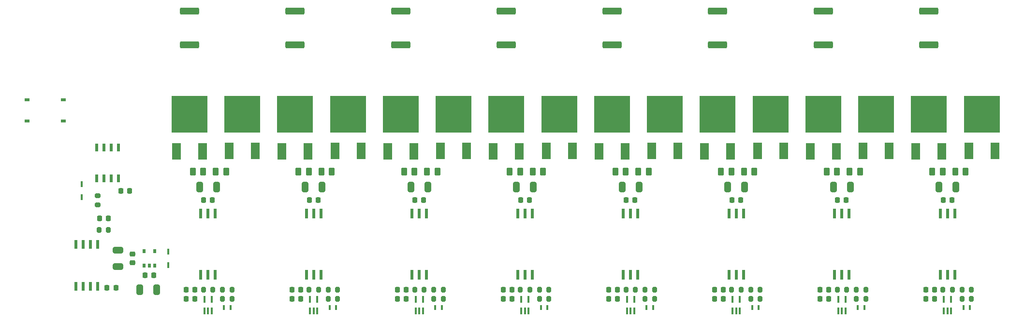
<source format=gtp>
G04 #@! TF.GenerationSoftware,KiCad,Pcbnew,8.0.5*
G04 #@! TF.CreationDate,2024-10-15T23:56:24-05:00*
G04 #@! TF.ProjectId,bidirectional_load_switch,62696469-7265-4637-9469-6f6e616c5f6c,rev?*
G04 #@! TF.SameCoordinates,Original*
G04 #@! TF.FileFunction,Paste,Top*
G04 #@! TF.FilePolarity,Positive*
%FSLAX46Y46*%
G04 Gerber Fmt 4.6, Leading zero omitted, Abs format (unit mm)*
G04 Created by KiCad (PCBNEW 8.0.5) date 2024-10-15 23:56:24*
%MOMM*%
%LPD*%
G01*
G04 APERTURE LIST*
G04 Aperture macros list*
%AMRoundRect*
0 Rectangle with rounded corners*
0 $1 Rounding radius*
0 $2 $3 $4 $5 $6 $7 $8 $9 X,Y pos of 4 corners*
0 Add a 4 corners polygon primitive as box body*
4,1,4,$2,$3,$4,$5,$6,$7,$8,$9,$2,$3,0*
0 Add four circle primitives for the rounded corners*
1,1,$1+$1,$2,$3*
1,1,$1+$1,$4,$5*
1,1,$1+$1,$6,$7*
1,1,$1+$1,$8,$9*
0 Add four rect primitives between the rounded corners*
20,1,$1+$1,$2,$3,$4,$5,0*
20,1,$1+$1,$4,$5,$6,$7,0*
20,1,$1+$1,$6,$7,$8,$9,0*
20,1,$1+$1,$8,$9,$2,$3,0*%
G04 Aperture macros list end*
%ADD10RoundRect,0.200000X0.200000X0.275000X-0.200000X0.275000X-0.200000X-0.275000X0.200000X-0.275000X0*%
%ADD11R,1.500000X2.900000*%
%ADD12R,6.300000X6.500000*%
%ADD13R,0.558800X1.701800*%
%ADD14R,0.355600X1.168400*%
%ADD15RoundRect,0.250000X0.325000X0.650000X-0.325000X0.650000X-0.325000X-0.650000X0.325000X-0.650000X0*%
%ADD16RoundRect,0.250000X-1.425000X0.362500X-1.425000X-0.362500X1.425000X-0.362500X1.425000X0.362500X0*%
%ADD17RoundRect,0.225000X0.225000X0.250000X-0.225000X0.250000X-0.225000X-0.250000X0.225000X-0.250000X0*%
%ADD18RoundRect,0.250000X-0.325000X-0.650000X0.325000X-0.650000X0.325000X0.650000X-0.325000X0.650000X0*%
%ADD19R,0.457200X0.812800*%
%ADD20RoundRect,0.200000X-0.275000X0.200000X-0.275000X-0.200000X0.275000X-0.200000X0.275000X0.200000X0*%
%ADD21R,0.533400X1.574800*%
%ADD22RoundRect,0.250000X-0.262500X-0.450000X0.262500X-0.450000X0.262500X0.450000X-0.262500X0.450000X0*%
%ADD23RoundRect,0.200000X-0.200000X-0.275000X0.200000X-0.275000X0.200000X0.275000X-0.200000X0.275000X0*%
%ADD24RoundRect,0.225000X-0.225000X-0.250000X0.225000X-0.250000X0.225000X0.250000X-0.225000X0.250000X0*%
%ADD25RoundRect,0.250000X0.262500X0.450000X-0.262500X0.450000X-0.262500X-0.450000X0.262500X-0.450000X0*%
%ADD26R,0.952500X0.558800*%
%ADD27R,0.450800X1.111200*%
%ADD28R,0.558800X1.460500*%
%ADD29RoundRect,0.225000X-0.250000X0.225000X-0.250000X-0.225000X0.250000X-0.225000X0.250000X0.225000X0*%
%ADD30R,0.549999X0.800001*%
%ADD31RoundRect,0.250000X-0.650000X0.325000X-0.650000X-0.325000X0.650000X-0.325000X0.650000X0.325000X0*%
G04 APERTURE END LIST*
D10*
G04 #@! TO.C,R203*
X100475000Y-111800000D03*
X98825000Y-111800000D03*
G04 #@! TD*
D11*
G04 #@! TO.C,U205*
X100014000Y-87450000D03*
D12*
X102300000Y-80950000D03*
D11*
X104586000Y-87450000D03*
G04 #@! TD*
D10*
G04 #@! TO.C,R502*
X152625000Y-111800000D03*
X150975000Y-111800000D03*
G04 #@! TD*
D13*
G04 #@! TO.C,U803*
X206030000Y-109184800D03*
X207300000Y-109184800D03*
X208570000Y-109184800D03*
X208570000Y-98415200D03*
X207300000Y-98415200D03*
X206030000Y-98415200D03*
G04 #@! TD*
D14*
G04 #@! TO.C,U901*
X225150001Y-115541400D03*
X225800000Y-115541400D03*
X226449999Y-115541400D03*
X226449999Y-113458600D03*
X225150001Y-113458600D03*
G04 #@! TD*
D15*
G04 #@! TO.C,C102*
X87275000Y-111800000D03*
X84325000Y-111800000D03*
G04 #@! TD*
D16*
G04 #@! TO.C,RS104*
X148550000Y-62837500D03*
X148550000Y-68762500D03*
G04 #@! TD*
D17*
G04 #@! TO.C,C701*
X186525000Y-113400000D03*
X184975000Y-113400000D03*
G04 #@! TD*
D18*
G04 #@! TO.C,C905*
X224325000Y-93800000D03*
X227275000Y-93800000D03*
G04 #@! TD*
D11*
G04 #@! TO.C,U305*
X118514000Y-87450000D03*
D12*
X120800000Y-80950000D03*
D11*
X123086000Y-87450000D03*
G04 #@! TD*
D19*
G04 #@! TO.C,LED901*
X229721500Y-114950000D03*
X228578500Y-114950000D03*
G04 #@! TD*
D11*
G04 #@! TO.C,U705*
X192514000Y-87450000D03*
D12*
X194800000Y-80950000D03*
D11*
X197086000Y-87450000D03*
G04 #@! TD*
D17*
G04 #@! TO.C,C301*
X112525000Y-113400000D03*
X110975000Y-113400000D03*
G04 #@! TD*
D20*
G04 #@! TO.C,R101*
X76950000Y-95275000D03*
X76950000Y-96925000D03*
G04 #@! TD*
D21*
G04 #@! TO.C,U103*
X76955000Y-103854300D03*
X75685000Y-103854300D03*
X74415000Y-103854300D03*
X73145000Y-103854300D03*
X73145000Y-111245700D03*
X74415000Y-111245700D03*
X75685000Y-111245700D03*
X76955000Y-111245700D03*
G04 #@! TD*
D22*
G04 #@! TO.C,R905*
X227137500Y-91050000D03*
X228962500Y-91050000D03*
G04 #@! TD*
G04 #@! TO.C,R505*
X153137500Y-91050000D03*
X154962500Y-91050000D03*
G04 #@! TD*
D23*
G04 #@! TO.C,R601*
X172825000Y-113400000D03*
X174475000Y-113400000D03*
G04 #@! TD*
D19*
G04 #@! TO.C,LED501*
X155721500Y-114950000D03*
X154578500Y-114950000D03*
G04 #@! TD*
D24*
G04 #@! TO.C,C606*
X169525000Y-96050000D03*
X171075000Y-96050000D03*
G04 #@! TD*
D22*
G04 #@! TO.C,R605*
X171637500Y-91050000D03*
X173462500Y-91050000D03*
G04 #@! TD*
D23*
G04 #@! TO.C,R901*
X228325000Y-113400000D03*
X229975000Y-113400000D03*
G04 #@! TD*
D10*
G04 #@! TO.C,R702*
X189625000Y-111800000D03*
X187975000Y-111800000D03*
G04 #@! TD*
D24*
G04 #@! TO.C,C906*
X225025000Y-96050000D03*
X226575000Y-96050000D03*
G04 #@! TD*
D10*
G04 #@! TO.C,R902*
X226625000Y-111800000D03*
X224975000Y-111800000D03*
G04 #@! TD*
D24*
G04 #@! TO.C,C506*
X151025000Y-96050000D03*
X152575000Y-96050000D03*
G04 #@! TD*
D18*
G04 #@! TO.C,C705*
X187325000Y-93800000D03*
X190275000Y-93800000D03*
G04 #@! TD*
D17*
G04 #@! TO.C,C401*
X131025000Y-113400000D03*
X129475000Y-113400000D03*
G04 #@! TD*
G04 #@! TO.C,C202*
X94025000Y-111800000D03*
X92475000Y-111800000D03*
G04 #@! TD*
D16*
G04 #@! TO.C,RS101*
X93050000Y-62837500D03*
X93050000Y-68762500D03*
G04 #@! TD*
D10*
G04 #@! TO.C,R802*
X208125000Y-111800000D03*
X206475000Y-111800000D03*
G04 #@! TD*
D18*
G04 #@! TO.C,C805*
X205825000Y-93800000D03*
X208775000Y-93800000D03*
G04 #@! TD*
D22*
G04 #@! TO.C,R805*
X208637500Y-91050000D03*
X210462500Y-91050000D03*
G04 #@! TD*
D11*
G04 #@! TO.C,U604*
X164764000Y-87500000D03*
D12*
X167050000Y-81000000D03*
D11*
X169336000Y-87500000D03*
G04 #@! TD*
G04 #@! TO.C,U904*
X220264000Y-87500000D03*
D12*
X222550000Y-81000000D03*
D11*
X224836000Y-87500000D03*
G04 #@! TD*
D22*
G04 #@! TO.C,R305*
X116137500Y-91050000D03*
X117962500Y-91050000D03*
G04 #@! TD*
D23*
G04 #@! TO.C,R301*
X117325000Y-113400000D03*
X118975000Y-113400000D03*
G04 #@! TD*
D25*
G04 #@! TO.C,R804*
X206462500Y-91050000D03*
X204637500Y-91050000D03*
G04 #@! TD*
D19*
G04 #@! TO.C,LED701*
X192721500Y-114950000D03*
X191578500Y-114950000D03*
G04 #@! TD*
D13*
G04 #@! TO.C,U203*
X95030000Y-109184800D03*
X96300000Y-109184800D03*
X97570000Y-109184800D03*
X97570000Y-98415200D03*
X96300000Y-98415200D03*
X95030000Y-98415200D03*
G04 #@! TD*
D17*
G04 #@! TO.C,C902*
X223525000Y-111800000D03*
X221975000Y-111800000D03*
G04 #@! TD*
D13*
G04 #@! TO.C,U303*
X113530000Y-109184800D03*
X114800000Y-109184800D03*
X116070000Y-109184800D03*
X116070000Y-98415200D03*
X114800000Y-98415200D03*
X113530000Y-98415200D03*
G04 #@! TD*
D17*
G04 #@! TO.C,C502*
X149525000Y-111800000D03*
X147975000Y-111800000D03*
G04 #@! TD*
D23*
G04 #@! TO.C,R501*
X154325000Y-113400000D03*
X155975000Y-113400000D03*
G04 #@! TD*
D25*
G04 #@! TO.C,R704*
X187962500Y-91050000D03*
X186137500Y-91050000D03*
G04 #@! TD*
D13*
G04 #@! TO.C,U603*
X169030000Y-109184800D03*
X170300000Y-109184800D03*
X171570000Y-109184800D03*
X171570000Y-98415200D03*
X170300000Y-98415200D03*
X169030000Y-98415200D03*
G04 #@! TD*
D10*
G04 #@! TO.C,R102*
X78875000Y-101300000D03*
X77225000Y-101300000D03*
G04 #@! TD*
G04 #@! TO.C,R803*
X211475000Y-111800000D03*
X209825000Y-111800000D03*
G04 #@! TD*
D26*
G04 #@! TO.C,SW101*
X64618650Y-78445800D03*
X70981350Y-78445800D03*
X64618650Y-82154200D03*
X70981350Y-82154200D03*
G04 #@! TD*
D11*
G04 #@! TO.C,U504*
X146264000Y-87500000D03*
D12*
X148550000Y-81000000D03*
D11*
X150836000Y-87500000D03*
G04 #@! TD*
D24*
G04 #@! TO.C,C706*
X188025000Y-96050000D03*
X189575000Y-96050000D03*
G04 #@! TD*
D16*
G04 #@! TO.C,RS102*
X111550000Y-62837500D03*
X111550000Y-68762500D03*
G04 #@! TD*
D23*
G04 #@! TO.C,R401*
X135825000Y-113400000D03*
X137475000Y-113400000D03*
G04 #@! TD*
D10*
G04 #@! TO.C,R602*
X171125000Y-111800000D03*
X169475000Y-111800000D03*
G04 #@! TD*
D25*
G04 #@! TO.C,R404*
X132462500Y-91050000D03*
X130637500Y-91050000D03*
G04 #@! TD*
D11*
G04 #@! TO.C,U405*
X137014000Y-87450000D03*
D12*
X139300000Y-80950000D03*
D11*
X141586000Y-87450000D03*
G04 #@! TD*
D16*
G04 #@! TO.C,RS106*
X185550000Y-62837500D03*
X185550000Y-68762500D03*
G04 #@! TD*
D22*
G04 #@! TO.C,R705*
X190137500Y-91050000D03*
X191962500Y-91050000D03*
G04 #@! TD*
D27*
G04 #@! TO.C,D102*
X74150000Y-95550000D03*
X74150000Y-93250000D03*
G04 #@! TD*
D19*
G04 #@! TO.C,LED301*
X118721500Y-114950000D03*
X117578500Y-114950000D03*
G04 #@! TD*
D10*
G04 #@! TO.C,R703*
X192975000Y-111800000D03*
X191325000Y-111800000D03*
G04 #@! TD*
G04 #@! TO.C,R903*
X229975000Y-111800000D03*
X228325000Y-111800000D03*
G04 #@! TD*
D13*
G04 #@! TO.C,U503*
X150530000Y-109184800D03*
X151800000Y-109184800D03*
X153070000Y-109184800D03*
X153070000Y-98415200D03*
X151800000Y-98415200D03*
X150530000Y-98415200D03*
G04 #@! TD*
D17*
G04 #@! TO.C,C501*
X149525000Y-113400000D03*
X147975000Y-113400000D03*
G04 #@! TD*
D11*
G04 #@! TO.C,U605*
X174014000Y-87450000D03*
D12*
X176300000Y-80950000D03*
D11*
X178586000Y-87450000D03*
G04 #@! TD*
D22*
G04 #@! TO.C,R205*
X97637500Y-91050000D03*
X99462500Y-91050000D03*
G04 #@! TD*
D11*
G04 #@! TO.C,U404*
X127764000Y-87500000D03*
D12*
X130050000Y-81000000D03*
D11*
X132336000Y-87500000D03*
G04 #@! TD*
D17*
G04 #@! TO.C,C402*
X131025000Y-111800000D03*
X129475000Y-111800000D03*
G04 #@! TD*
D28*
G04 #@! TO.C,U101*
X80605000Y-86825850D03*
X79335000Y-86825850D03*
X78065000Y-86825850D03*
X76795000Y-86825850D03*
X76795000Y-92274150D03*
X78065000Y-92274150D03*
X79335000Y-92274150D03*
X80605000Y-92274150D03*
G04 #@! TD*
D23*
G04 #@! TO.C,R201*
X98825000Y-113400000D03*
X100475000Y-113400000D03*
G04 #@! TD*
D29*
G04 #@! TO.C,C105*
X83050000Y-105525000D03*
X83050000Y-107075000D03*
G04 #@! TD*
D24*
G04 #@! TO.C,C806*
X206525000Y-96050000D03*
X208075000Y-96050000D03*
G04 #@! TD*
D14*
G04 #@! TO.C,U601*
X169650001Y-115541400D03*
X170300000Y-115541400D03*
X170949999Y-115541400D03*
X170949999Y-113458600D03*
X169650001Y-113458600D03*
G04 #@! TD*
D11*
G04 #@! TO.C,U704*
X183264000Y-87500000D03*
D12*
X185550000Y-81000000D03*
D11*
X187836000Y-87500000D03*
G04 #@! TD*
D17*
G04 #@! TO.C,C602*
X168025000Y-111800000D03*
X166475000Y-111800000D03*
G04 #@! TD*
D22*
G04 #@! TO.C,R405*
X134637500Y-91050000D03*
X136462500Y-91050000D03*
G04 #@! TD*
D24*
G04 #@! TO.C,C103*
X81025000Y-94450000D03*
X82575000Y-94450000D03*
G04 #@! TD*
D11*
G04 #@! TO.C,U905*
X229514000Y-87450000D03*
D12*
X231800000Y-80950000D03*
D11*
X234086000Y-87450000D03*
G04 #@! TD*
D25*
G04 #@! TO.C,R204*
X95462500Y-91050000D03*
X93637500Y-91050000D03*
G04 #@! TD*
D13*
G04 #@! TO.C,U403*
X132030000Y-109184800D03*
X133300000Y-109184800D03*
X134570000Y-109184800D03*
X134570000Y-98415200D03*
X133300000Y-98415200D03*
X132030000Y-98415200D03*
G04 #@! TD*
D11*
G04 #@! TO.C,U804*
X201764000Y-87500000D03*
D12*
X204050000Y-81000000D03*
D11*
X206336000Y-87500000D03*
G04 #@! TD*
D10*
G04 #@! TO.C,R603*
X174475000Y-111800000D03*
X172825000Y-111800000D03*
G04 #@! TD*
G04 #@! TO.C,R202*
X97125000Y-111800000D03*
X95475000Y-111800000D03*
G04 #@! TD*
G04 #@! TO.C,R302*
X115625000Y-111800000D03*
X113975000Y-111800000D03*
G04 #@! TD*
D13*
G04 #@! TO.C,U703*
X187530000Y-109184800D03*
X188800000Y-109184800D03*
X190070000Y-109184800D03*
X190070000Y-98415200D03*
X188800000Y-98415200D03*
X187530000Y-98415200D03*
G04 #@! TD*
D19*
G04 #@! TO.C,LED601*
X174221500Y-114950000D03*
X173078500Y-114950000D03*
G04 #@! TD*
D17*
G04 #@! TO.C,C801*
X205025000Y-113400000D03*
X203475000Y-113400000D03*
G04 #@! TD*
D25*
G04 #@! TO.C,R604*
X169462500Y-91050000D03*
X167637500Y-91050000D03*
G04 #@! TD*
D14*
G04 #@! TO.C,U301*
X114150001Y-115541400D03*
X114800000Y-115541400D03*
X115449999Y-115541400D03*
X115449999Y-113458600D03*
X114150001Y-113458600D03*
G04 #@! TD*
D19*
G04 #@! TO.C,LED801*
X211221500Y-114950000D03*
X210078500Y-114950000D03*
G04 #@! TD*
D23*
G04 #@! TO.C,R801*
X209825000Y-113400000D03*
X211475000Y-113400000D03*
G04 #@! TD*
D11*
G04 #@! TO.C,U204*
X90764000Y-87500000D03*
D12*
X93050000Y-81000000D03*
D11*
X95336000Y-87500000D03*
G04 #@! TD*
D16*
G04 #@! TO.C,RS103*
X130050000Y-62837500D03*
X130050000Y-68762500D03*
G04 #@! TD*
D10*
G04 #@! TO.C,R303*
X118975000Y-111800000D03*
X117325000Y-111800000D03*
G04 #@! TD*
D14*
G04 #@! TO.C,U201*
X95650001Y-115541400D03*
X96300000Y-115541400D03*
X96949999Y-115541400D03*
X96949999Y-113458600D03*
X95650001Y-113458600D03*
G04 #@! TD*
D13*
G04 #@! TO.C,U903*
X224530000Y-109184800D03*
X225800000Y-109184800D03*
X227070000Y-109184800D03*
X227070000Y-98415200D03*
X225800000Y-98415200D03*
X224530000Y-98415200D03*
G04 #@! TD*
D23*
G04 #@! TO.C,R701*
X191325000Y-113400000D03*
X192975000Y-113400000D03*
G04 #@! TD*
D17*
G04 #@! TO.C,C802*
X205025000Y-111800000D03*
X203475000Y-111800000D03*
G04 #@! TD*
D18*
G04 #@! TO.C,C505*
X150325000Y-93800000D03*
X153275000Y-93800000D03*
G04 #@! TD*
D11*
G04 #@! TO.C,U805*
X211014000Y-87450000D03*
D12*
X213300000Y-80950000D03*
D11*
X215586000Y-87450000D03*
G04 #@! TD*
D18*
G04 #@! TO.C,C305*
X113325000Y-93800000D03*
X116275000Y-93800000D03*
G04 #@! TD*
D14*
G04 #@! TO.C,U801*
X206650001Y-115541400D03*
X207300000Y-115541400D03*
X207949999Y-115541400D03*
X207949999Y-113458600D03*
X206650001Y-113458600D03*
G04 #@! TD*
D17*
G04 #@! TO.C,C302*
X112525000Y-111800000D03*
X110975000Y-111800000D03*
G04 #@! TD*
D24*
G04 #@! TO.C,C107*
X77275000Y-99300000D03*
X78825000Y-99300000D03*
G04 #@! TD*
D30*
G04 #@! TO.C,U102*
X85100001Y-107550000D03*
X86050002Y-107550000D03*
X87000000Y-107550000D03*
X87000000Y-105000000D03*
X85100001Y-105000000D03*
G04 #@! TD*
D14*
G04 #@! TO.C,U701*
X188150001Y-115541400D03*
X188800000Y-115541400D03*
X189449999Y-115541400D03*
X189449999Y-113458600D03*
X188150001Y-113458600D03*
G04 #@! TD*
D10*
G04 #@! TO.C,R403*
X137475000Y-111800000D03*
X135825000Y-111800000D03*
G04 #@! TD*
D18*
G04 #@! TO.C,C405*
X131825000Y-93800000D03*
X134775000Y-93800000D03*
G04 #@! TD*
D17*
G04 #@! TO.C,C101*
X86825000Y-109300000D03*
X85275000Y-109300000D03*
G04 #@! TD*
G04 #@! TO.C,C901*
X223525000Y-113400000D03*
X221975000Y-113400000D03*
G04 #@! TD*
G04 #@! TO.C,C601*
X168025000Y-113400000D03*
X166475000Y-113400000D03*
G04 #@! TD*
D14*
G04 #@! TO.C,U501*
X151150001Y-115541400D03*
X151800000Y-115541400D03*
X152449999Y-115541400D03*
X152449999Y-113458600D03*
X151150001Y-113458600D03*
G04 #@! TD*
D18*
G04 #@! TO.C,C205*
X94825000Y-93800000D03*
X97775000Y-93800000D03*
G04 #@! TD*
D10*
G04 #@! TO.C,R503*
X155975000Y-111800000D03*
X154325000Y-111800000D03*
G04 #@! TD*
D25*
G04 #@! TO.C,R904*
X224962500Y-91050000D03*
X223137500Y-91050000D03*
G04 #@! TD*
D27*
G04 #@! TO.C,D101*
X89300000Y-107450000D03*
X89300000Y-105150000D03*
G04 #@! TD*
D18*
G04 #@! TO.C,C605*
X168825000Y-93800000D03*
X171775000Y-93800000D03*
G04 #@! TD*
D16*
G04 #@! TO.C,RS105*
X167050000Y-62837500D03*
X167050000Y-68762500D03*
G04 #@! TD*
D10*
G04 #@! TO.C,R402*
X134125000Y-111800000D03*
X132475000Y-111800000D03*
G04 #@! TD*
D11*
G04 #@! TO.C,U505*
X155514000Y-87450000D03*
D12*
X157800000Y-80950000D03*
D11*
X160086000Y-87450000D03*
G04 #@! TD*
D31*
G04 #@! TO.C,C104*
X80550000Y-104825000D03*
X80550000Y-107775000D03*
G04 #@! TD*
D19*
G04 #@! TO.C,LED401*
X137221500Y-114950000D03*
X136078500Y-114950000D03*
G04 #@! TD*
D16*
G04 #@! TO.C,RS107*
X204050000Y-62837500D03*
X204050000Y-68762500D03*
G04 #@! TD*
D17*
G04 #@! TO.C,C201*
X94025000Y-113400000D03*
X92475000Y-113400000D03*
G04 #@! TD*
D25*
G04 #@! TO.C,R504*
X150962500Y-91050000D03*
X149137500Y-91050000D03*
G04 #@! TD*
D24*
G04 #@! TO.C,C206*
X95525000Y-96050000D03*
X97075000Y-96050000D03*
G04 #@! TD*
D11*
G04 #@! TO.C,U304*
X109264000Y-87500000D03*
D12*
X111550000Y-81000000D03*
D11*
X113836000Y-87500000D03*
G04 #@! TD*
D14*
G04 #@! TO.C,U401*
X132650001Y-115541400D03*
X133300000Y-115541400D03*
X133949999Y-115541400D03*
X133949999Y-113458600D03*
X132650001Y-113458600D03*
G04 #@! TD*
D16*
G04 #@! TO.C,RS108*
X222550000Y-62837500D03*
X222550000Y-68762500D03*
G04 #@! TD*
D17*
G04 #@! TO.C,C702*
X186525000Y-111800000D03*
X184975000Y-111800000D03*
G04 #@! TD*
D24*
G04 #@! TO.C,C406*
X132525000Y-96050000D03*
X134075000Y-96050000D03*
G04 #@! TD*
D25*
G04 #@! TO.C,R304*
X113962500Y-91050000D03*
X112137500Y-91050000D03*
G04 #@! TD*
D19*
G04 #@! TO.C,LED201*
X100221500Y-114950000D03*
X99078500Y-114950000D03*
G04 #@! TD*
D24*
G04 #@! TO.C,C106*
X78625000Y-111450000D03*
X80175000Y-111450000D03*
G04 #@! TD*
G04 #@! TO.C,C306*
X114025000Y-96050000D03*
X115575000Y-96050000D03*
G04 #@! TD*
M02*

</source>
